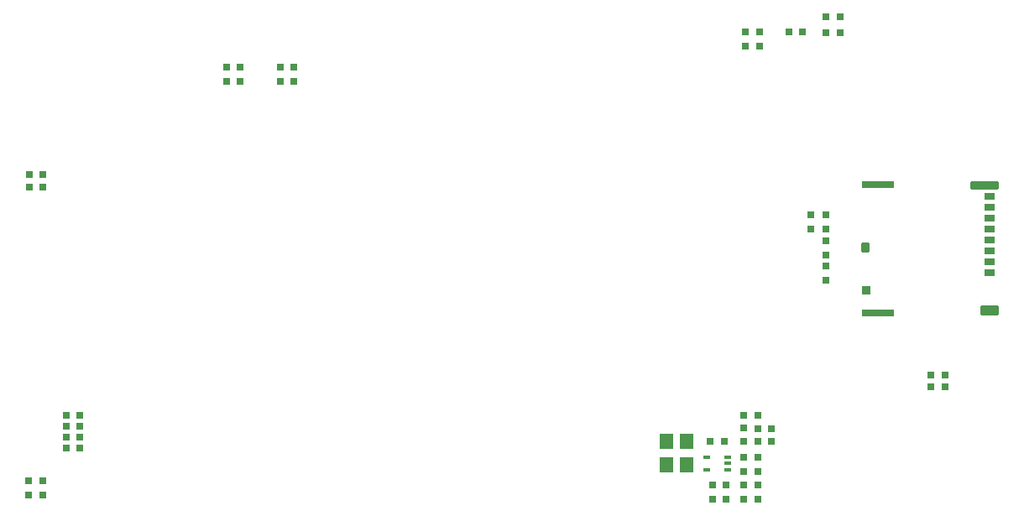
<source format=gbr>
%TF.GenerationSoftware,Altium Limited,Altium Designer,25.5.2 (35)*%
G04 Layer_Color=128*
%FSLAX45Y45*%
%MOMM*%
%TF.SameCoordinates,71E00EFA-37BE-4E02-AFE8-A08B7019828F*%
%TF.FilePolarity,Positive*%
%TF.FileFunction,Paste,Bot*%
%TF.Part,Single*%
G01*
G75*
%TA.AperFunction,SMDPad,CuDef*%
G04:AMPARAMS|DCode=16|XSize=0.76mm|YSize=0.6604mm|CornerRadius=0.08255mm|HoleSize=0mm|Usage=FLASHONLY|Rotation=0.000|XOffset=0mm|YOffset=0mm|HoleType=Round|Shape=RoundedRectangle|*
%AMROUNDEDRECTD16*
21,1,0.76000,0.49530,0,0,0.0*
21,1,0.59490,0.66040,0,0,0.0*
1,1,0.16510,0.29745,-0.24765*
1,1,0.16510,-0.29745,-0.24765*
1,1,0.16510,-0.29745,0.24765*
1,1,0.16510,0.29745,0.24765*
%
%ADD16ROUNDEDRECTD16*%
G04:AMPARAMS|DCode=39|XSize=0.76mm|YSize=0.6604mm|CornerRadius=0.08255mm|HoleSize=0mm|Usage=FLASHONLY|Rotation=90.000|XOffset=0mm|YOffset=0mm|HoleType=Round|Shape=RoundedRectangle|*
%AMROUNDEDRECTD39*
21,1,0.76000,0.49530,0,0,90.0*
21,1,0.59490,0.66040,0,0,90.0*
1,1,0.16510,0.24765,0.29745*
1,1,0.16510,0.24765,-0.29745*
1,1,0.16510,-0.24765,-0.29745*
1,1,0.16510,-0.24765,0.29745*
%
%ADD39ROUNDEDRECTD39*%
%ADD70R,0.80000X0.40000*%
G04:AMPARAMS|DCode=72|XSize=0.7mm|YSize=1.1mm|CornerRadius=0.07mm|HoleSize=0mm|Usage=FLASHONLY|Rotation=270.000|XOffset=0mm|YOffset=0mm|HoleType=Round|Shape=RoundedRectangle|*
%AMROUNDEDRECTD72*
21,1,0.70000,0.96000,0,0,270.0*
21,1,0.56000,1.10000,0,0,270.0*
1,1,0.14000,-0.48000,-0.28000*
1,1,0.14000,-0.48000,0.28000*
1,1,0.14000,0.48000,0.28000*
1,1,0.14000,0.48000,-0.28000*
%
%ADD72ROUNDEDRECTD72*%
G04:AMPARAMS|DCode=73|XSize=0.86mm|YSize=2.8mm|CornerRadius=0.086mm|HoleSize=0mm|Usage=FLASHONLY|Rotation=270.000|XOffset=0mm|YOffset=0mm|HoleType=Round|Shape=RoundedRectangle|*
%AMROUNDEDRECTD73*
21,1,0.86000,2.62800,0,0,270.0*
21,1,0.68800,2.80000,0,0,270.0*
1,1,0.17200,-1.31400,-0.34400*
1,1,0.17200,-1.31400,0.34400*
1,1,0.17200,1.31400,0.34400*
1,1,0.17200,1.31400,-0.34400*
%
%ADD73ROUNDEDRECTD73*%
G04:AMPARAMS|DCode=74|XSize=0.7mm|YSize=3.3mm|CornerRadius=0.07mm|HoleSize=0mm|Usage=FLASHONLY|Rotation=270.000|XOffset=0mm|YOffset=0mm|HoleType=Round|Shape=RoundedRectangle|*
%AMROUNDEDRECTD74*
21,1,0.70000,3.16000,0,0,270.0*
21,1,0.56000,3.30000,0,0,270.0*
1,1,0.14000,-1.58000,-0.28000*
1,1,0.14000,-1.58000,0.28000*
1,1,0.14000,1.58000,0.28000*
1,1,0.14000,1.58000,-0.28000*
%
%ADD74ROUNDEDRECTD74*%
G04:AMPARAMS|DCode=75|XSize=0.7mm|YSize=3.3mm|CornerRadius=0.0875mm|HoleSize=0mm|Usage=FLASHONLY|Rotation=270.000|XOffset=0mm|YOffset=0mm|HoleType=Round|Shape=RoundedRectangle|*
%AMROUNDEDRECTD75*
21,1,0.70000,3.12500,0,0,270.0*
21,1,0.52500,3.30000,0,0,270.0*
1,1,0.17500,-1.56250,-0.26250*
1,1,0.17500,-1.56250,0.26250*
1,1,0.17500,1.56250,0.26250*
1,1,0.17500,1.56250,-0.26250*
%
%ADD75ROUNDEDRECTD75*%
G04:AMPARAMS|DCode=76|XSize=1.04mm|YSize=1.83mm|CornerRadius=0.104mm|HoleSize=0mm|Usage=FLASHONLY|Rotation=270.000|XOffset=0mm|YOffset=0mm|HoleType=Round|Shape=RoundedRectangle|*
%AMROUNDEDRECTD76*
21,1,1.04000,1.62200,0,0,270.0*
21,1,0.83200,1.83000,0,0,270.0*
1,1,0.20800,-0.81100,-0.41600*
1,1,0.20800,-0.81100,0.41600*
1,1,0.20800,0.81100,0.41600*
1,1,0.20800,0.81100,-0.41600*
%
%ADD76ROUNDEDRECTD76*%
G04:AMPARAMS|DCode=77|XSize=1.05mm|YSize=0.78mm|CornerRadius=0.078mm|HoleSize=0mm|Usage=FLASHONLY|Rotation=270.000|XOffset=0mm|YOffset=0mm|HoleType=Round|Shape=RoundedRectangle|*
%AMROUNDEDRECTD77*
21,1,1.05000,0.62400,0,0,270.0*
21,1,0.89400,0.78000,0,0,270.0*
1,1,0.15600,-0.31200,-0.44700*
1,1,0.15600,-0.31200,0.44700*
1,1,0.15600,0.31200,0.44700*
1,1,0.15600,0.31200,-0.44700*
%
%ADD77ROUNDEDRECTD77*%
G04:AMPARAMS|DCode=78|XSize=0.9mm|YSize=0.93mm|CornerRadius=0.09mm|HoleSize=0mm|Usage=FLASHONLY|Rotation=270.000|XOffset=0mm|YOffset=0mm|HoleType=Round|Shape=RoundedRectangle|*
%AMROUNDEDRECTD78*
21,1,0.90000,0.75000,0,0,270.0*
21,1,0.72000,0.93000,0,0,270.0*
1,1,0.18000,-0.37500,-0.36000*
1,1,0.18000,-0.37500,0.36000*
1,1,0.18000,0.37500,0.36000*
1,1,0.18000,0.37500,-0.36000*
%
%ADD78ROUNDEDRECTD78*%
%ADD79R,1.33000X1.57000*%
D16*
X9890000Y600000D02*
D03*
Y459999D02*
D03*
X5210000Y4677500D02*
D03*
Y4817500D02*
D03*
X10422501Y3329999D02*
D03*
X10422501Y3189999D02*
D03*
X9890000Y739999D02*
D03*
Y880000D02*
D03*
X10577499Y3067501D02*
D03*
Y2927501D02*
D03*
X10574998Y3329999D02*
D03*
Y3189999D02*
D03*
X4530002Y4677502D02*
D03*
X4530002Y4817502D02*
D03*
X5070001Y4677502D02*
D03*
Y4817501D02*
D03*
X10577499Y2672502D02*
D03*
Y2812502D02*
D03*
X4670001Y4677500D02*
D03*
Y4817500D02*
D03*
X9750000Y1179999D02*
D03*
Y1039999D02*
D03*
Y880000D02*
D03*
Y740000D02*
D03*
Y600000D02*
D03*
Y460000D02*
D03*
D39*
X9550001Y1039997D02*
D03*
X9410001D02*
D03*
X9905002Y5180002D02*
D03*
X9764997Y5180003D02*
D03*
X10579705Y5170000D02*
D03*
X10719704D02*
D03*
X10579705Y5329998D02*
D03*
X10719705Y5329997D02*
D03*
X11774998Y1710000D02*
D03*
X11634998D02*
D03*
X11774998Y1592498D02*
D03*
X11634998D02*
D03*
X9890002Y1310001D02*
D03*
X9750002D02*
D03*
X3050001Y1310000D02*
D03*
X2910001D02*
D03*
X3050001Y1200000D02*
D03*
X2910001D02*
D03*
X3050002Y980000D02*
D03*
X2910001D02*
D03*
X3050001Y1090000D02*
D03*
X2910001D02*
D03*
X9905000Y5030000D02*
D03*
X9765000D02*
D03*
X10199705Y5180000D02*
D03*
X10339705D02*
D03*
X2540001Y3610000D02*
D03*
X2680001D02*
D03*
X2540001Y3740000D02*
D03*
X2680001D02*
D03*
X2536232Y643940D02*
D03*
X2676232D02*
D03*
X2536231Y500255D02*
D03*
X2676232D02*
D03*
X9890000Y1039999D02*
D03*
X10030000D02*
D03*
X9570000Y600000D02*
D03*
X9430000D02*
D03*
X9890000Y1170000D02*
D03*
X10030000D02*
D03*
X9430000Y460000D02*
D03*
X9570000D02*
D03*
D70*
X9372500Y885000D02*
D03*
Y755000D02*
D03*
X9587500D02*
D03*
Y820000D02*
D03*
Y885000D02*
D03*
D72*
X12227500Y3520000D02*
D03*
Y3410000D02*
D03*
X12227500Y3300000D02*
D03*
X12227500Y3190000D02*
D03*
Y3080000D02*
D03*
Y2970000D02*
D03*
X12227500Y2860000D02*
D03*
X12227500Y2750000D02*
D03*
D73*
X12177500Y3628000D02*
D03*
D74*
X11099500Y3636000D02*
D03*
D75*
X11099500Y2340000D02*
D03*
D76*
X12226000Y2367000D02*
D03*
D77*
X10973500Y2997500D02*
D03*
D78*
X10981000Y2571000D02*
D03*
D79*
X9168500Y810000D02*
D03*
X8971500D02*
D03*
X9168500Y1040000D02*
D03*
X8971500D02*
D03*
%TF.MD5,52952e983475a2a34607b20ad0f9080e*%
M02*

</source>
